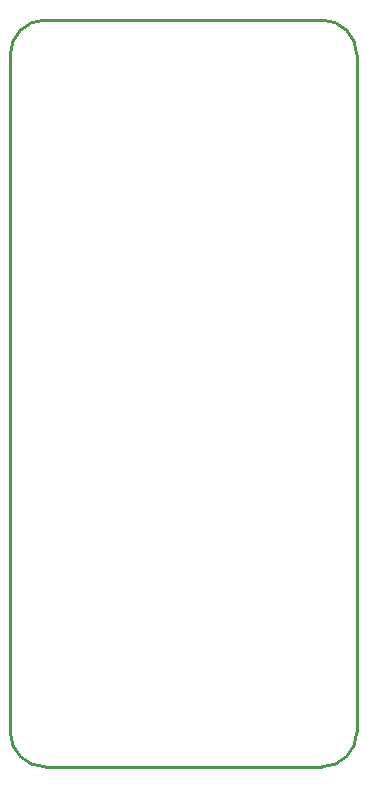
<source format=gko>
G04 Layer: BoardOutlineLayer*
G04 EasyEDA v6.5.22, 2023-04-09 12:07:21*
G04 a82510d75d89424d952477dd8e89e6f5,b58ac661183547158e32f13718f6ba1e,10*
G04 Gerber Generator version 0.2*
G04 Scale: 100 percent, Rotated: No, Reflected: No *
G04 Dimensions in millimeters *
G04 leading zeros omitted , absolute positions ,4 integer and 5 decimal *
%FSLAX45Y45*%
%MOMM*%

%ADD10C,0.2540*%
D10*
X3244857Y6364081D02*
G01*
X3244857Y628792D01*
X311157Y628792D02*
G01*
X311157Y6364081D01*
X2951454Y335396D02*
G01*
X604560Y335396D01*
X604560Y6657484D02*
G01*
X2951454Y6657484D01*
G75*
G01*
X2951457Y6657485D02*
G02*
X3244858Y6364084I0J-293401D01*
G75*
G01*
X3244858Y628795D02*
G02*
X2951457Y335397I-293401J2D01*
G75*
G01*
X604563Y335397D02*
G02*
X311163Y628795I0J293400D01*
G75*
G01*
X311163Y6364084D02*
G02*
X604563Y6657485I293400J0D01*

%LPD*%
M02*

</source>
